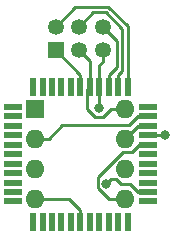
<source format=gbr>
G04 #@! TF.GenerationSoftware,KiCad,Pcbnew,(5.0.0)*
G04 #@! TF.CreationDate,2018-10-02T11:21:32+01:00*
G04 #@! TF.ProjectId,ArchMage,417263684D6167652E6B696361645F70,rev?*
G04 #@! TF.SameCoordinates,Original*
G04 #@! TF.FileFunction,Copper,L1,Top,Signal*
G04 #@! TF.FilePolarity,Positive*
%FSLAX46Y46*%
G04 Gerber Fmt 4.6, Leading zero omitted, Abs format (unit mm)*
G04 Created by KiCad (PCBNEW (5.0.0)) date 10/02/18 11:21:32*
%MOMM*%
%LPD*%
G01*
G04 APERTURE LIST*
G04 #@! TA.AperFunction,ComponentPad*
%ADD10R,1.600000X1.600000*%
G04 #@! TD*
G04 #@! TA.AperFunction,ComponentPad*
%ADD11O,1.600000X1.600000*%
G04 #@! TD*
G04 #@! TA.AperFunction,ComponentPad*
%ADD12C,1.350000*%
G04 #@! TD*
G04 #@! TA.AperFunction,ComponentPad*
%ADD13R,1.350000X1.350000*%
G04 #@! TD*
G04 #@! TA.AperFunction,SMDPad,CuDef*
%ADD14R,1.500000X0.550000*%
G04 #@! TD*
G04 #@! TA.AperFunction,SMDPad,CuDef*
%ADD15R,0.550000X1.500000*%
G04 #@! TD*
G04 #@! TA.AperFunction,ViaPad*
%ADD16C,0.800000*%
G04 #@! TD*
G04 #@! TA.AperFunction,Conductor*
%ADD17C,0.250000*%
G04 #@! TD*
G04 APERTURE END LIST*
D10*
G04 #@! TO.P,J2,1*
G04 #@! TO.N,RESET*
X157500000Y-90750000D03*
D11*
G04 #@! TO.P,J2,5*
G04 #@! TO.N,PB0*
X165120000Y-98370000D03*
G04 #@! TO.P,J2,2*
G04 #@! TO.N,PB3*
X157500000Y-93290000D03*
G04 #@! TO.P,J2,6*
G04 #@! TO.N,PB1*
X165120000Y-95830000D03*
G04 #@! TO.P,J2,3*
G04 #@! TO.N,AD2*
X157500000Y-95830000D03*
G04 #@! TO.P,J2,7*
G04 #@! TO.N,PB2*
X165120000Y-93290000D03*
G04 #@! TO.P,J2,4*
G04 #@! TO.N,GND*
X157500000Y-98370000D03*
G04 #@! TO.P,J2,8*
G04 #@! TO.N,Vcc*
X165120000Y-90750000D03*
G04 #@! TD*
D12*
G04 #@! TO.P,J1,6*
G04 #@! TO.N,SCK*
X163200000Y-83800000D03*
G04 #@! TO.P,J1,5*
G04 #@! TO.N,MISO*
X161200000Y-83800000D03*
G04 #@! TO.P,J1,4*
G04 #@! TO.N,MOSI*
X159200000Y-83800000D03*
G04 #@! TO.P,J1,3*
G04 #@! TO.N,RESET*
X163200000Y-85800000D03*
G04 #@! TO.P,J1,2*
G04 #@! TO.N,Vcc*
X161200000Y-85800000D03*
D13*
G04 #@! TO.P,J1,1*
G04 #@! TO.N,GND*
X159200000Y-85800000D03*
G04 #@! TD*
D14*
G04 #@! TO.P,U1,44*
G04 #@! TO.N,N/C*
X167000000Y-90600000D03*
G04 #@! TO.P,U1,43*
G04 #@! TO.N,PB3*
X167000000Y-91400000D03*
G04 #@! TO.P,U1,42*
G04 #@! TO.N,PB2*
X167000000Y-92200000D03*
G04 #@! TO.P,U1,41*
G04 #@! TO.N,PB1*
X167000000Y-93000000D03*
G04 #@! TO.P,U1,40*
G04 #@! TO.N,PB0*
X167000000Y-93800000D03*
G04 #@! TO.P,U1,39*
G04 #@! TO.N,GND*
X167000000Y-94600000D03*
G04 #@! TO.P,U1,38*
G04 #@! TO.N,Vcc*
X167000000Y-95400000D03*
G04 #@! TO.P,U1,37*
G04 #@! TO.N,N/C*
X167000000Y-96200000D03*
G04 #@! TO.P,U1,36*
X167000000Y-97000000D03*
G04 #@! TO.P,U1,35*
G04 #@! TO.N,AD2*
X167000000Y-97800000D03*
G04 #@! TO.P,U1,34*
G04 #@! TO.N,N/C*
X167000000Y-98600000D03*
D15*
G04 #@! TO.P,U1,33*
X165300000Y-100300000D03*
G04 #@! TO.P,U1,32*
X164500000Y-100300000D03*
G04 #@! TO.P,U1,31*
X163700000Y-100300000D03*
G04 #@! TO.P,U1,30*
X162900000Y-100300000D03*
G04 #@! TO.P,U1,29*
X162100000Y-100300000D03*
G04 #@! TO.P,U1,28*
G04 #@! TO.N,GND*
X161300000Y-100300000D03*
G04 #@! TO.P,U1,27*
G04 #@! TO.N,Vcc*
X160500000Y-100300000D03*
G04 #@! TO.P,U1,26*
G04 #@! TO.N,N/C*
X159700000Y-100300000D03*
G04 #@! TO.P,U1,25*
X158900000Y-100300000D03*
G04 #@! TO.P,U1,24*
X158100000Y-100300000D03*
G04 #@! TO.P,U1,23*
X157300000Y-100300000D03*
D14*
G04 #@! TO.P,U1,22*
X155600000Y-98600000D03*
G04 #@! TO.P,U1,21*
X155600000Y-97800000D03*
G04 #@! TO.P,U1,20*
X155600000Y-97000000D03*
G04 #@! TO.P,U1,19*
X155600000Y-96200000D03*
G04 #@! TO.P,U1,18*
G04 #@! TO.N,GND*
X155600000Y-95400000D03*
G04 #@! TO.P,U1,17*
G04 #@! TO.N,Vcc*
X155600000Y-94600000D03*
G04 #@! TO.P,U1,16*
G04 #@! TO.N,N/C*
X155600000Y-93800000D03*
G04 #@! TO.P,U1,15*
X155600000Y-93000000D03*
G04 #@! TO.P,U1,14*
X155600000Y-92200000D03*
G04 #@! TO.P,U1,13*
X155600000Y-91400000D03*
G04 #@! TO.P,U1,12*
X155600000Y-90600000D03*
D15*
G04 #@! TO.P,U1,11*
X157300000Y-88900000D03*
G04 #@! TO.P,U1,10*
X158100000Y-88900000D03*
G04 #@! TO.P,U1,9*
X158900000Y-88900000D03*
G04 #@! TO.P,U1,8*
X159700000Y-88900000D03*
G04 #@! TO.P,U1,7*
X160500000Y-88900000D03*
G04 #@! TO.P,U1,6*
G04 #@! TO.N,GND*
X161300000Y-88900000D03*
G04 #@! TO.P,U1,5*
G04 #@! TO.N,Vcc*
X162100000Y-88900000D03*
G04 #@! TO.P,U1,4*
G04 #@! TO.N,RESET*
X162900000Y-88900000D03*
G04 #@! TO.P,U1,3*
G04 #@! TO.N,SCK*
X163700000Y-88900000D03*
G04 #@! TO.P,U1,2*
G04 #@! TO.N,MISO*
X164500000Y-88900000D03*
G04 #@! TO.P,U1,1*
G04 #@! TO.N,MOSI*
X165300000Y-88900000D03*
G04 #@! TD*
D16*
G04 #@! TO.N,RESET*
X162900000Y-90700000D03*
G04 #@! TO.N,AD2*
X163500000Y-97100000D03*
G04 #@! TO.N,PB1*
X168500000Y-93000000D03*
G04 #@! TD*
D17*
G04 #@! TO.N,MOSI*
X165300000Y-87900000D02*
X165300000Y-88900000D01*
X165300020Y-87899980D02*
X165300000Y-87900000D01*
X165300020Y-83783608D02*
X165300020Y-87899980D01*
X163666403Y-82149991D02*
X165300020Y-83783608D01*
X160850010Y-82149990D02*
X163666403Y-82149991D01*
X159200000Y-83800000D02*
X160850010Y-82149990D01*
G04 #@! TO.N,RESET*
X162900000Y-87900000D02*
X162900000Y-88900000D01*
X162900000Y-87054594D02*
X162900000Y-87900000D01*
X163200000Y-86754594D02*
X162900000Y-87054594D01*
X163200000Y-85800000D02*
X163200000Y-86754594D01*
X162900000Y-88900000D02*
X162900000Y-90700000D01*
G04 #@! TO.N,MISO*
X164500000Y-87900000D02*
X164500000Y-88900000D01*
X164850010Y-87549990D02*
X164500000Y-87900000D01*
X164850010Y-83970008D02*
X164850010Y-87549990D01*
X163480002Y-82600000D02*
X164850010Y-83970008D01*
X162400000Y-82600000D02*
X163480002Y-82600000D01*
X161200000Y-83800000D02*
X162400000Y-82600000D01*
G04 #@! TO.N,GND*
X161300000Y-99300000D02*
X161300000Y-100300000D01*
X160370000Y-98370000D02*
X161300000Y-99300000D01*
X157500000Y-98370000D02*
X160370000Y-98370000D01*
X161300000Y-87900000D02*
X161300000Y-88900000D01*
X159200000Y-85800000D02*
X161300000Y-87900000D01*
G04 #@! TO.N,PB2*
X166210000Y-92200000D02*
X165120000Y-93290000D01*
X167000000Y-92200000D02*
X166210000Y-92200000D01*
G04 #@! TO.N,Vcc*
X162100000Y-86700000D02*
X162100000Y-88900000D01*
X161200000Y-85800000D02*
X162100000Y-86700000D01*
X161900001Y-89099999D02*
X162100000Y-88900000D01*
X161900001Y-90773003D02*
X161900001Y-89099999D01*
X162551999Y-91425001D02*
X161900001Y-90773003D01*
X163248001Y-91425001D02*
X162551999Y-91425001D01*
X163923002Y-90750000D02*
X163248001Y-91425001D01*
X165120000Y-90750000D02*
X163923002Y-90750000D01*
G04 #@! TO.N,AD2*
X166189998Y-97800000D02*
X167000000Y-97800000D01*
X165489998Y-97100000D02*
X166189998Y-97800000D01*
X164724998Y-97100000D02*
X165489998Y-97100000D01*
X164324999Y-96700001D02*
X164724998Y-97100000D01*
X163899999Y-96700001D02*
X164324999Y-96700001D01*
X163500000Y-97100000D02*
X163899999Y-96700001D01*
G04 #@! TO.N,PB3*
X166189998Y-91400000D02*
X167000000Y-91400000D01*
X165424999Y-92164999D02*
X166189998Y-91400000D01*
X159756371Y-92164999D02*
X165424999Y-92164999D01*
X158631370Y-93290000D02*
X159756371Y-92164999D01*
X157500000Y-93290000D02*
X158631370Y-93290000D01*
G04 #@! TO.N,SCK*
X163700000Y-87900000D02*
X163700000Y-88900000D01*
X164400000Y-87200000D02*
X163700000Y-87900000D01*
X164400000Y-85000000D02*
X164400000Y-87200000D01*
X163200000Y-83800000D02*
X164400000Y-85000000D01*
G04 #@! TO.N,PB1*
X167000000Y-93000000D02*
X168700000Y-93000000D01*
G04 #@! TO.N,PB0*
X165660001Y-94415001D02*
X166275002Y-93800000D01*
X166275002Y-93800000D02*
X167000000Y-93800000D01*
X164869997Y-94415001D02*
X165660001Y-94415001D01*
X162774999Y-96509999D02*
X164869997Y-94415001D01*
X162774999Y-97448001D02*
X162774999Y-96509999D01*
X163696998Y-98370000D02*
X162774999Y-97448001D01*
X165120000Y-98370000D02*
X163696998Y-98370000D01*
G04 #@! TD*
M02*

</source>
